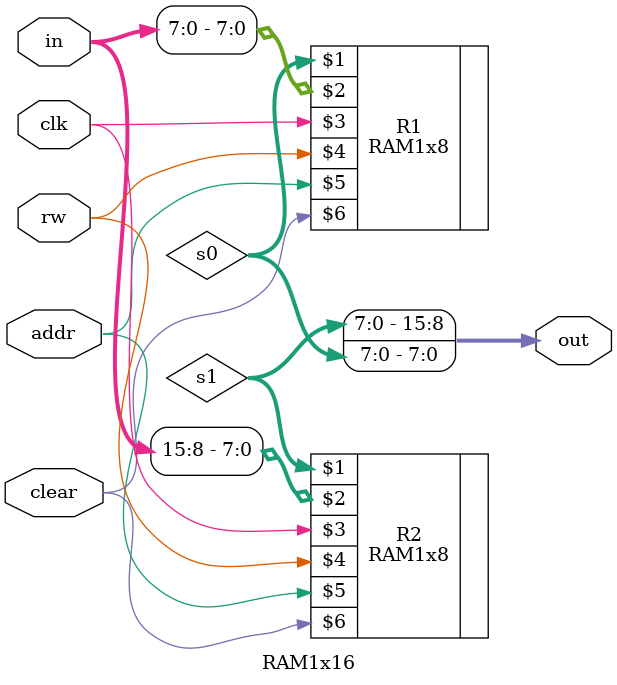
<source format=v>


`include "ram1x8.v"

module RAM1x16 (output [15:0] out, input [15:0] in, input clk, input rw, input addr, input clear);
   wire [7:0] s0, s1;

   RAM1x8 R1 (s0, in[7:0], clk, rw, addr, clear);
   RAM1x8 R2 (s1, in[15:8], clk, rw, addr, clear);
   buf BUF1 (out[0], s0[0]);
   buf BUF2 (out[1], s0[1]);
   buf BUF3 (out[2], s0[2]);
   buf BUF4 (out[3], s0[3]);
   buf BUF5 (out[4], s0[4]);
   buf BUF6 (out[5], s0[5]);
   buf BUF7 (out[6], s0[6]);
   buf BUF8 (out[7], s0[7]);
   buf BUF9 (out[8], s1[0]);
   buf BUF10 (out[9], s1[1]);
   buf BUF11 (out[10], s1[2]);
   buf BUF12 (out[11], s1[3]);
   buf BUF13 (out[12], s1[4]);
   buf BUF14 (out[13], s1[5]);
   buf BUF15 (out[14], s1[6]);
   buf BUF16 (out[15], s1[7]);
endmodule

</source>
